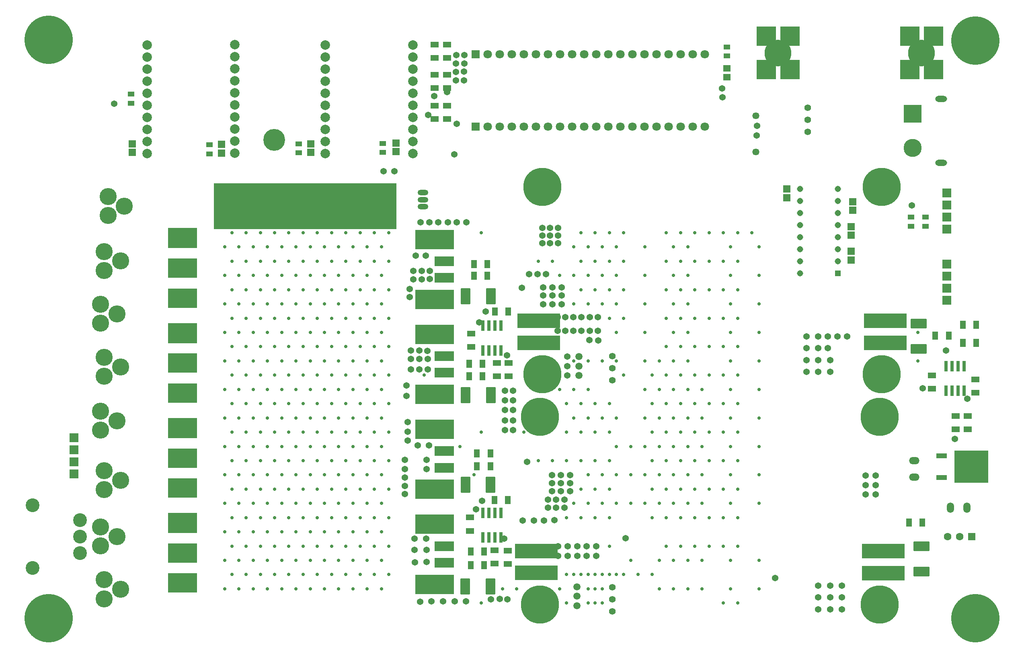
<source format=gts>
G04*
G04 #@! TF.GenerationSoftware,Altium Limited,Altium Designer,21.4.1 (30)*
G04*
G04 Layer_Color=8388736*
%FSLAX25Y25*%
%MOIN*%
G70*
G04*
G04 #@! TF.SameCoordinates,5C5CB9DB-6683-4862-BC7F-C0E48B32F829*
G04*
G04*
G04 #@! TF.FilePolarity,Negative*
G04*
G01*
G75*
%ADD25R,0.06303X0.05906*%
%ADD26R,0.06299X0.05512*%
%ADD27R,0.05827X0.04016*%
%ADD28R,0.16142X0.08268*%
%ADD29R,0.31890X0.16142*%
%ADD30R,0.24016X0.16142*%
%ADD32R,0.08661X0.04134*%
%ADD33R,0.28347X0.27165*%
G04:AMPARAMS|DCode=34|XSize=78.74mil|YSize=136.61mil|CornerRadius=4.59mil|HoleSize=0mil|Usage=FLASHONLY|Rotation=270.000|XOffset=0mil|YOffset=0mil|HoleType=Round|Shape=RoundedRectangle|*
%AMROUNDEDRECTD34*
21,1,0.07874,0.12744,0,0,270.0*
21,1,0.06957,0.13661,0,0,270.0*
1,1,0.00917,-0.06372,-0.03478*
1,1,0.00917,-0.06372,0.03478*
1,1,0.00917,0.06372,0.03478*
1,1,0.00917,0.06372,-0.03478*
%
%ADD34ROUNDEDRECTD34*%
G04:AMPARAMS|DCode=35|XSize=78.74mil|YSize=136.61mil|CornerRadius=4.59mil|HoleSize=0mil|Usage=FLASHONLY|Rotation=180.000|XOffset=0mil|YOffset=0mil|HoleType=Round|Shape=RoundedRectangle|*
%AMROUNDEDRECTD35*
21,1,0.07874,0.12744,0,0,180.0*
21,1,0.06957,0.13661,0,0,180.0*
1,1,0.00917,-0.03478,0.06372*
1,1,0.00917,0.03478,0.06372*
1,1,0.00917,0.03478,-0.06372*
1,1,0.00917,-0.03478,-0.06372*
%
%ADD35ROUNDEDRECTD35*%
%ADD36R,0.02756X0.09055*%
%ADD37R,0.06890X0.05118*%
%ADD38R,0.05118X0.06890*%
%ADD39R,1.51476X0.38228*%
%ADD40R,0.35512X0.11890*%
%ADD41R,0.24433X0.16559*%
%ADD42C,0.31575*%
%ADD43C,0.05984*%
%ADD44C,0.22142*%
%ADD45R,0.16142X0.16142*%
%ADD46O,0.08819X0.04606*%
%ADD47R,0.07480X0.07480*%
%ADD48R,0.05158X0.05158*%
%ADD49C,0.05158*%
%ADD50R,0.15024X0.15024*%
%ADD51C,0.15024*%
%ADD52O,0.09843X0.05118*%
%ADD53C,0.07874*%
%ADD54C,0.14173*%
%ADD55C,0.05740*%
%ADD56C,0.05543*%
%ADD57C,0.11417*%
%ADD58C,0.07087*%
%ADD59R,0.07087X0.07087*%
%ADD60R,0.06299X0.06299*%
%ADD61C,0.06299*%
%ADD62O,0.05906X0.08661*%
%ADD63O,0.08661X0.05906*%
%ADD64C,0.40158*%
%ADD65C,0.18110*%
%ADD66C,0.05394*%
%ADD67C,0.02756*%
D25*
X238937Y408353D02*
D03*
Y415474D02*
D03*
X90937Y408353D02*
D03*
Y415474D02*
D03*
X309500Y409139D02*
D03*
Y416261D02*
D03*
X164937Y407913D02*
D03*
Y415034D02*
D03*
X633500Y370839D02*
D03*
Y377961D02*
D03*
X688100Y360439D02*
D03*
Y367561D02*
D03*
X686900Y326361D02*
D03*
Y319239D02*
D03*
X686891Y346934D02*
D03*
Y339813D02*
D03*
D26*
X583800Y478110D02*
D03*
Y470629D02*
D03*
D27*
X736337Y354673D02*
D03*
Y347154D02*
D03*
X748437Y354673D02*
D03*
Y347154D02*
D03*
X154937Y407154D02*
D03*
Y414673D02*
D03*
X228737Y408054D02*
D03*
Y415573D02*
D03*
X298386Y408335D02*
D03*
Y415854D02*
D03*
X89937Y449154D02*
D03*
Y456673D02*
D03*
X583800Y495860D02*
D03*
Y488340D02*
D03*
D28*
X349309Y146913D02*
D03*
Y160693D02*
D03*
Y304394D02*
D03*
Y318173D02*
D03*
Y68173D02*
D03*
Y81953D02*
D03*
Y225654D02*
D03*
Y239433D02*
D03*
D29*
X341465Y128971D02*
D03*
Y178734D02*
D03*
Y286451D02*
D03*
Y336215D02*
D03*
Y50230D02*
D03*
Y99994D02*
D03*
Y207711D02*
D03*
Y257474D02*
D03*
D30*
X132350Y154935D02*
D03*
Y130053D02*
D03*
Y312415D02*
D03*
Y287533D02*
D03*
Y76195D02*
D03*
Y51313D02*
D03*
Y233675D02*
D03*
Y208793D02*
D03*
D32*
X761614Y156890D02*
D03*
Y138937D02*
D03*
D33*
X786417Y147913D02*
D03*
D34*
X745237Y60741D02*
D03*
Y81686D02*
D03*
X742900Y245355D02*
D03*
Y266300D02*
D03*
D35*
X367055Y289000D02*
D03*
X388000D02*
D03*
X366955Y132900D02*
D03*
X387900D02*
D03*
X367055Y207100D02*
D03*
X388000D02*
D03*
X366928Y48600D02*
D03*
X387872D02*
D03*
D36*
X391337Y109550D02*
D03*
Y89077D02*
D03*
X396337Y109550D02*
D03*
X386337D02*
D03*
X381337D02*
D03*
X396337Y89077D02*
D03*
X386337D02*
D03*
X381337D02*
D03*
X391337Y264650D02*
D03*
Y244177D02*
D03*
X396337Y264650D02*
D03*
X386337D02*
D03*
X381337D02*
D03*
X396337Y244177D02*
D03*
X386337D02*
D03*
X381337D02*
D03*
X775437Y231150D02*
D03*
Y210677D02*
D03*
X780437Y231150D02*
D03*
X770437D02*
D03*
X765437D02*
D03*
X780437Y210677D02*
D03*
X770437D02*
D03*
X765437D02*
D03*
D37*
X773384Y189953D02*
D03*
Y178929D02*
D03*
X783384Y189953D02*
D03*
Y178929D02*
D03*
X789937Y209202D02*
D03*
Y220225D02*
D03*
X753937Y223425D02*
D03*
Y212402D02*
D03*
X341337Y461690D02*
D03*
Y472713D02*
D03*
Y436202D02*
D03*
Y447225D02*
D03*
Y486802D02*
D03*
Y497825D02*
D03*
X351637Y472713D02*
D03*
Y461690D02*
D03*
Y447225D02*
D03*
Y436202D02*
D03*
Y497825D02*
D03*
Y486802D02*
D03*
X402800Y233912D02*
D03*
Y222888D02*
D03*
X402247Y67177D02*
D03*
Y78201D02*
D03*
X393147Y222925D02*
D03*
Y233949D02*
D03*
X391002Y78372D02*
D03*
Y67349D02*
D03*
X371700Y257986D02*
D03*
Y246962D02*
D03*
X370765Y94602D02*
D03*
Y105625D02*
D03*
D38*
X734688Y101500D02*
D03*
X745712D02*
D03*
X767612Y256400D02*
D03*
X756588D02*
D03*
X790449Y265513D02*
D03*
X779425D02*
D03*
X790402Y250413D02*
D03*
X779378D02*
D03*
X381001Y233162D02*
D03*
X369978D02*
D03*
X382501Y77413D02*
D03*
X371477D02*
D03*
X381001Y222762D02*
D03*
X369978D02*
D03*
X382501Y66237D02*
D03*
X371477D02*
D03*
X385178Y315917D02*
D03*
X374155D02*
D03*
X387607Y158913D02*
D03*
X376584D02*
D03*
X385178Y306017D02*
D03*
X374155D02*
D03*
X387607Y148013D02*
D03*
X376584D02*
D03*
X391488Y276300D02*
D03*
X402512D02*
D03*
X391100Y120100D02*
D03*
X402124D02*
D03*
D39*
X234199Y363799D02*
D03*
D40*
X715177Y250361D02*
D03*
X715153Y268679D02*
D03*
X427777Y250561D02*
D03*
X427751Y268679D02*
D03*
X425870Y77815D02*
D03*
X425896Y59697D02*
D03*
X713272Y77815D02*
D03*
X713296Y59497D02*
D03*
D41*
X132350Y179817D02*
D03*
Y337297D02*
D03*
Y101077D02*
D03*
Y258557D02*
D03*
D42*
X430704Y224388D02*
D03*
X712200D02*
D03*
Y379900D02*
D03*
X430704D02*
D03*
X428823Y189035D02*
D03*
X710319D02*
D03*
Y33524D02*
D03*
X428823D02*
D03*
D43*
X461216Y239152D02*
D03*
Y231278D02*
D03*
Y223404D02*
D03*
X459335Y32539D02*
D03*
Y40413D02*
D03*
Y48287D02*
D03*
D44*
X745129Y490900D02*
D03*
X626271D02*
D03*
D45*
X754972Y504679D02*
D03*
X636113D02*
D03*
X616428D02*
D03*
X636113Y477120D02*
D03*
X616428D02*
D03*
X735287Y504679D02*
D03*
Y477120D02*
D03*
X754972D02*
D03*
D46*
X331849Y363400D02*
D03*
X331824Y369200D02*
D03*
X331849Y375000D02*
D03*
D47*
X766252Y285646D02*
D03*
Y295646D02*
D03*
Y305646D02*
D03*
Y315646D02*
D03*
X42323Y171732D02*
D03*
Y161732D02*
D03*
Y151732D02*
D03*
Y141732D02*
D03*
X766252Y344646D02*
D03*
Y354646D02*
D03*
Y364646D02*
D03*
Y374646D02*
D03*
D48*
X675750Y308275D02*
D03*
D49*
Y318275D02*
D03*
Y328275D02*
D03*
Y338275D02*
D03*
Y348275D02*
D03*
Y358275D02*
D03*
Y368275D02*
D03*
Y378275D02*
D03*
X644490D02*
D03*
Y368275D02*
D03*
Y358275D02*
D03*
Y348275D02*
D03*
Y338275D02*
D03*
Y328275D02*
D03*
Y318275D02*
D03*
Y308275D02*
D03*
D50*
X737697Y440412D02*
D03*
D51*
Y412065D02*
D03*
D52*
X761319Y452813D02*
D03*
Y399664D02*
D03*
D53*
X175937Y497913D02*
D03*
Y487913D02*
D03*
Y477913D02*
D03*
Y467913D02*
D03*
Y457913D02*
D03*
Y447913D02*
D03*
Y437913D02*
D03*
Y427913D02*
D03*
Y417913D02*
D03*
Y407913D02*
D03*
X250858Y407331D02*
D03*
Y417331D02*
D03*
Y427331D02*
D03*
Y437331D02*
D03*
Y447331D02*
D03*
Y457331D02*
D03*
Y467331D02*
D03*
Y477331D02*
D03*
Y487331D02*
D03*
Y497331D02*
D03*
X103100Y497300D02*
D03*
Y487300D02*
D03*
Y477300D02*
D03*
Y467300D02*
D03*
Y457300D02*
D03*
Y447300D02*
D03*
Y437300D02*
D03*
Y427300D02*
D03*
Y417300D02*
D03*
Y407300D02*
D03*
X323323Y407331D02*
D03*
Y417331D02*
D03*
Y427331D02*
D03*
Y437331D02*
D03*
Y447331D02*
D03*
Y457331D02*
D03*
Y467331D02*
D03*
Y477331D02*
D03*
Y487331D02*
D03*
Y497331D02*
D03*
D54*
X67518Y144387D02*
D03*
Y128639D02*
D03*
X81156Y136513D02*
D03*
X64394Y178039D02*
D03*
Y193787D02*
D03*
X78032Y185913D02*
D03*
X67518Y326287D02*
D03*
Y310539D02*
D03*
X81156Y318413D02*
D03*
X70618Y356039D02*
D03*
Y371787D02*
D03*
X84256Y363913D02*
D03*
X67518Y53987D02*
D03*
Y38239D02*
D03*
X81156Y46113D02*
D03*
X64394Y82065D02*
D03*
Y97813D02*
D03*
X78032Y89939D02*
D03*
X67518Y238487D02*
D03*
Y222739D02*
D03*
X81156Y230613D02*
D03*
X64394Y266639D02*
D03*
Y282387D02*
D03*
X78032Y274513D02*
D03*
D55*
X607937Y408953D02*
D03*
Y438874D02*
D03*
D56*
X650700Y425300D02*
D03*
Y435300D02*
D03*
Y445300D02*
D03*
X488900Y219500D02*
D03*
Y229500D02*
D03*
Y239500D02*
D03*
Y27700D02*
D03*
Y37700D02*
D03*
Y47700D02*
D03*
D57*
X47470Y76036D02*
D03*
Y103595D02*
D03*
X8100Y63832D02*
D03*
X47470Y89816D02*
D03*
X8100Y115800D02*
D03*
D58*
X445600Y429800D02*
D03*
X565600D02*
D03*
X555600D02*
D03*
X545600D02*
D03*
X535600D02*
D03*
X525600D02*
D03*
X515600D02*
D03*
X505600D02*
D03*
X495600D02*
D03*
X485600D02*
D03*
X475600D02*
D03*
X465600D02*
D03*
X435600D02*
D03*
X425600D02*
D03*
X415600D02*
D03*
X405600D02*
D03*
X395600D02*
D03*
X385600D02*
D03*
X455600D02*
D03*
X565600Y489700D02*
D03*
X555600D02*
D03*
X545600D02*
D03*
X535600D02*
D03*
X525600D02*
D03*
X515600D02*
D03*
X505600D02*
D03*
X495600D02*
D03*
X485600D02*
D03*
X475600D02*
D03*
X465600D02*
D03*
X455600D02*
D03*
X445600D02*
D03*
X435600D02*
D03*
X425600D02*
D03*
X415600D02*
D03*
X405600D02*
D03*
X395600D02*
D03*
X385600D02*
D03*
D59*
X375600Y429800D02*
D03*
Y489700D02*
D03*
D60*
X786937Y89913D02*
D03*
D61*
X776937D02*
D03*
X766937D02*
D03*
D62*
X782827Y113913D02*
D03*
X769047D02*
D03*
D63*
X739100Y139000D02*
D03*
Y152779D02*
D03*
D64*
X789800Y22200D02*
D03*
Y501200D02*
D03*
X21400Y22200D02*
D03*
X21600Y501800D02*
D03*
D65*
X208598Y418898D02*
D03*
D66*
X401600Y240275D02*
D03*
X477000Y252474D02*
D03*
X469900Y252674D02*
D03*
X351687Y458343D02*
D03*
X75731Y448837D02*
D03*
X325100Y68600D02*
D03*
X329500Y35700D02*
D03*
X365937Y475313D02*
D03*
X366000Y482100D02*
D03*
X366200Y489000D02*
D03*
X365837Y468200D02*
D03*
X383644Y276476D02*
D03*
X440700Y103300D02*
D03*
X414370Y103200D02*
D03*
X423900D02*
D03*
X432200D02*
D03*
X451400Y223600D02*
D03*
Y231200D02*
D03*
X439200Y282300D02*
D03*
X431300D02*
D03*
X446700D02*
D03*
Y296374D02*
D03*
X439200D02*
D03*
X431300D02*
D03*
X378300Y267400D02*
D03*
X413700Y296200D02*
D03*
X318000Y206600D02*
D03*
Y215200D02*
D03*
X319000Y176900D02*
D03*
Y184900D02*
D03*
Y169400D02*
D03*
X327500Y165400D02*
D03*
X336700D02*
D03*
X341200Y455000D02*
D03*
X336100Y439300D02*
D03*
X338700Y36000D02*
D03*
X358200D02*
D03*
X348358D02*
D03*
X367500D02*
D03*
X334700Y68800D02*
D03*
X451400Y239200D02*
D03*
X334000Y322800D02*
D03*
X325900D02*
D03*
X329700Y350500D02*
D03*
X337200D02*
D03*
X344600D02*
D03*
X352300D02*
D03*
X359800D02*
D03*
X367800D02*
D03*
X334646Y78740D02*
D03*
X334600Y88100D02*
D03*
X324758D02*
D03*
X324803Y78740D02*
D03*
X659449Y255906D02*
D03*
Y246063D02*
D03*
X649606Y255906D02*
D03*
Y246063D02*
D03*
X669291Y236221D02*
D03*
X659449D02*
D03*
X649606D02*
D03*
X669291Y226378D02*
D03*
X659449D02*
D03*
X649606D02*
D03*
X679134Y49213D02*
D03*
X669291D02*
D03*
X659449D02*
D03*
Y39370D02*
D03*
X669291D02*
D03*
X679134D02*
D03*
Y29528D02*
D03*
X669291D02*
D03*
X659449D02*
D03*
X765437Y243963D02*
D03*
X683400Y255906D02*
D03*
X675500D02*
D03*
X667600Y246063D02*
D03*
X667500Y255906D02*
D03*
X335630Y228346D02*
D03*
X328740D02*
D03*
X321850D02*
D03*
X334646Y145669D02*
D03*
Y153543D02*
D03*
X316929Y125000D02*
D03*
Y131890D02*
D03*
Y138779D02*
D03*
Y145669D02*
D03*
Y153543D02*
D03*
X335630Y237205D02*
D03*
X328740D02*
D03*
X321850D02*
D03*
Y244094D02*
D03*
X328740D02*
D03*
X320866Y288386D02*
D03*
Y295276D02*
D03*
X323819Y303150D02*
D03*
Y310039D02*
D03*
X337300Y303310D02*
D03*
Y310200D02*
D03*
X330709Y303150D02*
D03*
Y310039D02*
D03*
X335300Y243874D02*
D03*
X375931Y112343D02*
D03*
X746193Y212657D02*
D03*
X772937Y170913D02*
D03*
X399000Y88200D02*
D03*
X499637Y88400D02*
D03*
X698800Y140600D02*
D03*
Y132600D02*
D03*
Y124700D02*
D03*
X707200Y140600D02*
D03*
Y132600D02*
D03*
Y124700D02*
D03*
X435500Y113800D02*
D03*
X442100D02*
D03*
X449200Y120439D02*
D03*
X435500D02*
D03*
X442100D02*
D03*
X453844Y127400D02*
D03*
X446194D02*
D03*
X438800D02*
D03*
X431300Y289800D02*
D03*
X359300Y489000D02*
D03*
X308071Y392717D02*
D03*
X299213D02*
D03*
X443898Y73819D02*
D03*
X475394Y81693D02*
D03*
Y73819D02*
D03*
X467520Y81693D02*
D03*
Y73819D02*
D03*
X443898Y81693D02*
D03*
X451772D02*
D03*
Y73819D02*
D03*
X459646D02*
D03*
Y81693D02*
D03*
X399606Y210630D02*
D03*
Y202756D02*
D03*
Y194882D02*
D03*
Y186024D02*
D03*
Y178150D02*
D03*
X406496D02*
D03*
Y186024D02*
D03*
Y194882D02*
D03*
Y202756D02*
D03*
Y210630D02*
D03*
X419800Y307374D02*
D03*
X426700D02*
D03*
X433800D02*
D03*
X463100Y260474D02*
D03*
X449800Y260574D02*
D03*
X456400Y260474D02*
D03*
X476700D02*
D03*
X470100D02*
D03*
X443400D02*
D03*
X443300Y271874D02*
D03*
X449800D02*
D03*
X456400D02*
D03*
X463100D02*
D03*
X470100D02*
D03*
X476700D02*
D03*
X439200Y289800D02*
D03*
X446700D02*
D03*
X438800Y140900D02*
D03*
X438806Y134172D02*
D03*
X446194Y140900D02*
D03*
X453844D02*
D03*
X453849Y134172D02*
D03*
X446200D02*
D03*
X449200Y113800D02*
D03*
X443614Y332972D02*
D03*
X437114D02*
D03*
X430614D02*
D03*
X443700Y339474D02*
D03*
X437200D02*
D03*
X430700D02*
D03*
Y345874D02*
D03*
X437200D02*
D03*
X443700D02*
D03*
X380700Y119574D02*
D03*
X401800Y37774D02*
D03*
X395400Y38274D02*
D03*
X388155Y37826D02*
D03*
X418037Y151813D02*
D03*
X359263Y482187D02*
D03*
X359200Y475200D02*
D03*
X359100Y468200D02*
D03*
X359837Y432213D02*
D03*
X780450Y12850D02*
D03*
X799249Y31649D02*
D03*
X780450D02*
D03*
X776450Y22200D02*
D03*
X789800Y8850D02*
D03*
X803150Y22200D02*
D03*
X789800Y35550D02*
D03*
X799249Y12850D02*
D03*
X737237Y364313D02*
D03*
X608637Y430513D02*
D03*
X608537Y422413D02*
D03*
X580137Y454113D02*
D03*
X579787Y461513D02*
D03*
X780450Y491850D02*
D03*
X799249Y510649D02*
D03*
X780450D02*
D03*
X776450Y501200D02*
D03*
X789800Y487850D02*
D03*
X803150Y501200D02*
D03*
X789800Y514550D02*
D03*
X799249Y491850D02*
D03*
X12050Y12850D02*
D03*
X30849Y31649D02*
D03*
X12050D02*
D03*
X8050Y22200D02*
D03*
X21400Y8850D02*
D03*
X34750Y22200D02*
D03*
X21400Y35550D02*
D03*
X30849Y12850D02*
D03*
X12250Y492450D02*
D03*
X31049Y511249D02*
D03*
X12250D02*
D03*
X8250Y501800D02*
D03*
X21600Y488450D02*
D03*
X34950Y501800D02*
D03*
X21600Y515150D02*
D03*
X31049Y492450D02*
D03*
X623637Y55413D02*
D03*
X783237Y204113D02*
D03*
X357937Y406913D02*
D03*
D67*
X604456Y341783D02*
D03*
X610362Y329972D02*
D03*
Y306350D02*
D03*
Y282728D02*
D03*
Y259106D02*
D03*
Y235484D02*
D03*
Y211862D02*
D03*
Y188240D02*
D03*
Y164618D02*
D03*
Y140996D02*
D03*
Y117374D02*
D03*
Y70130D02*
D03*
Y46508D02*
D03*
X592645Y341783D02*
D03*
Y318161D02*
D03*
Y294539D02*
D03*
Y270917D02*
D03*
Y247295D02*
D03*
Y223673D02*
D03*
Y200051D02*
D03*
Y176429D02*
D03*
Y152807D02*
D03*
Y129185D02*
D03*
Y105563D02*
D03*
Y81941D02*
D03*
Y34697D02*
D03*
X580834Y341783D02*
D03*
X586740Y329972D02*
D03*
X580834Y318161D02*
D03*
X586740Y306350D02*
D03*
X580834Y294539D02*
D03*
X586740Y282728D02*
D03*
X580834Y270917D02*
D03*
X586740Y259106D02*
D03*
X580834Y247295D02*
D03*
X586740Y235484D02*
D03*
X580834Y223673D02*
D03*
X586740Y211862D02*
D03*
X580834Y200051D02*
D03*
X586740Y188240D02*
D03*
X580834Y176429D02*
D03*
X586740Y164618D02*
D03*
X580834Y152807D02*
D03*
X586740Y140996D02*
D03*
X580834Y129185D02*
D03*
X586740Y117374D02*
D03*
X580834Y105563D02*
D03*
Y81941D02*
D03*
X586740Y70130D02*
D03*
Y46508D02*
D03*
X580834Y34697D02*
D03*
X569023Y341783D02*
D03*
Y318161D02*
D03*
Y294539D02*
D03*
Y270917D02*
D03*
Y247295D02*
D03*
Y223673D02*
D03*
Y200051D02*
D03*
Y176429D02*
D03*
Y152807D02*
D03*
Y129185D02*
D03*
Y105563D02*
D03*
Y81941D02*
D03*
X557212Y341783D02*
D03*
Y318161D02*
D03*
Y294539D02*
D03*
Y270917D02*
D03*
Y247295D02*
D03*
Y223673D02*
D03*
X563118Y211862D02*
D03*
X557212Y200051D02*
D03*
X563118Y188240D02*
D03*
X557212Y176429D02*
D03*
X563118Y164618D02*
D03*
X557212Y152807D02*
D03*
X563118Y140996D02*
D03*
X557212Y129185D02*
D03*
X563118Y117374D02*
D03*
X557212Y105563D02*
D03*
Y81941D02*
D03*
X563118Y70130D02*
D03*
Y46508D02*
D03*
X545401Y341783D02*
D03*
X551307Y329972D02*
D03*
X545401Y318161D02*
D03*
X551307Y306350D02*
D03*
X545401Y294539D02*
D03*
X551307Y282728D02*
D03*
X545401Y270917D02*
D03*
X551307Y259106D02*
D03*
X545401Y247295D02*
D03*
X551307Y235484D02*
D03*
X545401Y223673D02*
D03*
X551307Y211862D02*
D03*
X545401Y200051D02*
D03*
X551307Y188240D02*
D03*
X545401Y176429D02*
D03*
X551307Y164618D02*
D03*
X545401Y152807D02*
D03*
X551307Y140996D02*
D03*
X545401Y129185D02*
D03*
X551307Y117374D02*
D03*
X545401Y105563D02*
D03*
Y81941D02*
D03*
X551307Y70130D02*
D03*
Y46508D02*
D03*
X533590Y341783D02*
D03*
X539496Y329972D02*
D03*
X533590Y318161D02*
D03*
X539496Y306350D02*
D03*
X533590Y294539D02*
D03*
X539496Y282728D02*
D03*
X533590Y270917D02*
D03*
X539496Y259106D02*
D03*
X533590Y247295D02*
D03*
X539496Y235484D02*
D03*
X533590Y223673D02*
D03*
X539496Y211862D02*
D03*
X533590Y200051D02*
D03*
X539496Y188240D02*
D03*
X533590Y176429D02*
D03*
X539496Y164618D02*
D03*
X533590Y152807D02*
D03*
X539496Y140996D02*
D03*
X533590Y129185D02*
D03*
X539496Y117374D02*
D03*
X533590Y105563D02*
D03*
Y81941D02*
D03*
X539496Y70130D02*
D03*
Y46508D02*
D03*
X527685Y235484D02*
D03*
X521779Y223673D02*
D03*
X527685Y211862D02*
D03*
X521779Y200051D02*
D03*
X527685Y188240D02*
D03*
X521779Y176429D02*
D03*
X527685Y164618D02*
D03*
X521779Y152807D02*
D03*
X527685Y140996D02*
D03*
X521779Y129185D02*
D03*
X527685Y117374D02*
D03*
X521779Y105563D02*
D03*
X527685Y70130D02*
D03*
X521779Y58319D02*
D03*
X527685Y46508D02*
D03*
X515874Y329972D02*
D03*
Y306350D02*
D03*
Y282728D02*
D03*
Y259106D02*
D03*
Y235484D02*
D03*
Y211862D02*
D03*
Y188240D02*
D03*
Y164618D02*
D03*
Y140996D02*
D03*
Y117374D02*
D03*
X509968Y58319D02*
D03*
X498157Y341783D02*
D03*
Y318161D02*
D03*
Y294539D02*
D03*
Y270917D02*
D03*
Y223673D02*
D03*
X504063Y164618D02*
D03*
Y140996D02*
D03*
Y117374D02*
D03*
Y70130D02*
D03*
X498157Y58319D02*
D03*
X486346Y341783D02*
D03*
X492252Y329972D02*
D03*
X486346Y318161D02*
D03*
X492252Y306350D02*
D03*
X486346Y294539D02*
D03*
X492252Y282728D02*
D03*
X486346Y270917D02*
D03*
X492252Y259106D02*
D03*
Y235484D02*
D03*
X486346Y200051D02*
D03*
X492252Y188240D02*
D03*
X486346Y176429D02*
D03*
X492252Y164618D02*
D03*
X486346Y152807D02*
D03*
X492252Y140996D02*
D03*
X486346Y129185D02*
D03*
X492252Y117374D02*
D03*
X486346Y105563D02*
D03*
Y81941D02*
D03*
Y58319D02*
D03*
X474535Y341783D02*
D03*
X480441Y329972D02*
D03*
X474535Y318161D02*
D03*
X480441Y306350D02*
D03*
X474535Y294539D02*
D03*
X480441Y282728D02*
D03*
Y235484D02*
D03*
X474535Y200051D02*
D03*
X480441Y188240D02*
D03*
X474535Y176429D02*
D03*
Y152807D02*
D03*
X480441Y140996D02*
D03*
X474535Y129185D02*
D03*
X480441Y117374D02*
D03*
X474535Y105563D02*
D03*
Y58319D02*
D03*
X480441Y46508D02*
D03*
X474535Y34697D02*
D03*
X462724Y341783D02*
D03*
X468630Y329972D02*
D03*
X462724Y318161D02*
D03*
X468630Y306350D02*
D03*
X462724Y294539D02*
D03*
X468630Y282728D02*
D03*
Y235484D02*
D03*
Y211862D02*
D03*
X462724Y200051D02*
D03*
X468630Y188240D02*
D03*
X462724Y176429D02*
D03*
Y152807D02*
D03*
X468630Y140996D02*
D03*
X462724Y129185D02*
D03*
X468630Y117374D02*
D03*
X462724Y105563D02*
D03*
Y58319D02*
D03*
X468630Y46508D02*
D03*
X456819Y329972D02*
D03*
Y306350D02*
D03*
Y282728D02*
D03*
Y235484D02*
D03*
Y211862D02*
D03*
X450913Y200051D02*
D03*
X456819Y188240D02*
D03*
X450913Y176429D02*
D03*
Y152807D02*
D03*
X456819Y117374D02*
D03*
X450913Y105563D02*
D03*
Y58319D02*
D03*
Y34697D02*
D03*
X439102Y318161D02*
D03*
X445008Y306350D02*
D03*
Y211862D02*
D03*
X439102Y152807D02*
D03*
X445008Y46508D02*
D03*
X427291Y318161D02*
D03*
Y152807D02*
D03*
X415480Y176429D02*
D03*
X380047Y341783D02*
D03*
Y176429D02*
D03*
Y34697D02*
D03*
X374142Y140996D02*
D03*
X362331Y164618D02*
D03*
X332803Y223673D02*
D03*
X742089Y259111D02*
D03*
Y235489D02*
D03*
X492252Y58319D02*
D03*
X474535Y46508D02*
D03*
X480441Y34697D02*
D03*
X297370Y377216D02*
D03*
X303275Y365405D02*
D03*
X297370Y353594D02*
D03*
X303275Y341783D02*
D03*
X297370Y329972D02*
D03*
X303275Y318161D02*
D03*
X297370Y306350D02*
D03*
X303275Y294539D02*
D03*
X297370Y282728D02*
D03*
X303275Y270917D02*
D03*
X297370Y259106D02*
D03*
X303275Y247295D02*
D03*
X297370Y235484D02*
D03*
X303275Y223673D02*
D03*
X297370Y211862D02*
D03*
X303275Y200051D02*
D03*
X297370Y188240D02*
D03*
X303275Y176429D02*
D03*
X297370Y164618D02*
D03*
X303275Y152807D02*
D03*
X297370Y140996D02*
D03*
X303275Y129185D02*
D03*
X297370Y117374D02*
D03*
X303275Y105563D02*
D03*
X297370Y93752D02*
D03*
X303275Y81941D02*
D03*
X297370Y70130D02*
D03*
X303275Y58319D02*
D03*
X297370Y46508D02*
D03*
X285559Y377216D02*
D03*
X291464Y365405D02*
D03*
X285559Y353594D02*
D03*
X291464Y341783D02*
D03*
X285559Y329972D02*
D03*
X291464Y318161D02*
D03*
X285559Y306350D02*
D03*
X291464Y294539D02*
D03*
X285559Y282728D02*
D03*
X291464Y270917D02*
D03*
X285559Y259106D02*
D03*
X291464Y247295D02*
D03*
X285559Y235484D02*
D03*
X291464Y223673D02*
D03*
X285559Y211862D02*
D03*
X291464Y200051D02*
D03*
X285559Y188240D02*
D03*
X291464Y176429D02*
D03*
X285559Y164618D02*
D03*
X291464Y152807D02*
D03*
X285559Y140996D02*
D03*
X291464Y129185D02*
D03*
X285559Y117374D02*
D03*
X291464Y105563D02*
D03*
X285559Y93752D02*
D03*
X291464Y81941D02*
D03*
X285559Y70130D02*
D03*
X291464Y58319D02*
D03*
X285559Y46508D02*
D03*
X273748Y377216D02*
D03*
X279653Y365405D02*
D03*
X273748Y353594D02*
D03*
X279653Y341783D02*
D03*
X273748Y329972D02*
D03*
X279653Y318161D02*
D03*
X273748Y306350D02*
D03*
X279653Y294539D02*
D03*
X273748Y282728D02*
D03*
X279653Y270917D02*
D03*
X273748Y259106D02*
D03*
X279653Y247295D02*
D03*
X273748Y235484D02*
D03*
X279653Y223673D02*
D03*
X273748Y211862D02*
D03*
X279653Y200051D02*
D03*
X273748Y188240D02*
D03*
X279653Y176429D02*
D03*
X273748Y164618D02*
D03*
X279653Y152807D02*
D03*
X273748Y140996D02*
D03*
X279653Y129185D02*
D03*
X273748Y117374D02*
D03*
X279653Y105563D02*
D03*
X273748Y93752D02*
D03*
X279653Y81941D02*
D03*
X273748Y70130D02*
D03*
X279653Y58319D02*
D03*
X273748Y46508D02*
D03*
X261937Y377216D02*
D03*
X267842Y365405D02*
D03*
X261937Y353594D02*
D03*
X267842Y341783D02*
D03*
X261937Y329972D02*
D03*
X267842Y318161D02*
D03*
X261937Y306350D02*
D03*
X267842Y294539D02*
D03*
X261937Y282728D02*
D03*
X267842Y270917D02*
D03*
X261937Y259106D02*
D03*
X267842Y247295D02*
D03*
X261937Y235484D02*
D03*
X267842Y223673D02*
D03*
X261937Y211862D02*
D03*
X267842Y200051D02*
D03*
X261937Y188240D02*
D03*
X267842Y176429D02*
D03*
X261937Y164618D02*
D03*
X267842Y152807D02*
D03*
X261937Y140996D02*
D03*
X267842Y129185D02*
D03*
X261937Y117374D02*
D03*
X267842Y105563D02*
D03*
X261937Y93752D02*
D03*
X267842Y81941D02*
D03*
X261937Y70130D02*
D03*
X267842Y58319D02*
D03*
X261937Y46508D02*
D03*
X250126Y377216D02*
D03*
X256031Y365405D02*
D03*
X250126Y353594D02*
D03*
X256031Y341783D02*
D03*
X250126Y329972D02*
D03*
X256031Y318161D02*
D03*
X250126Y306350D02*
D03*
X256031Y294539D02*
D03*
X250126Y282728D02*
D03*
X256031Y270917D02*
D03*
X250126Y259106D02*
D03*
X256031Y247295D02*
D03*
X250126Y235484D02*
D03*
X256031Y223673D02*
D03*
X250126Y211862D02*
D03*
X256031Y200051D02*
D03*
X250126Y188240D02*
D03*
X256031Y176429D02*
D03*
X250126Y164618D02*
D03*
X256031Y152807D02*
D03*
X250126Y140996D02*
D03*
X256031Y129185D02*
D03*
X250126Y117374D02*
D03*
X256031Y105563D02*
D03*
X250126Y93752D02*
D03*
X256031Y81941D02*
D03*
X250126Y70130D02*
D03*
X256031Y58319D02*
D03*
X250126Y46508D02*
D03*
X238315Y377216D02*
D03*
X244220Y365405D02*
D03*
X238315Y353594D02*
D03*
X244220Y341783D02*
D03*
X238315Y329972D02*
D03*
X244220Y318161D02*
D03*
X238315Y306350D02*
D03*
X244220Y294539D02*
D03*
X238315Y282728D02*
D03*
X244220Y270917D02*
D03*
X238315Y259106D02*
D03*
X244220Y247295D02*
D03*
X238315Y235484D02*
D03*
X244220Y223673D02*
D03*
X238315Y211862D02*
D03*
X244220Y200051D02*
D03*
X238315Y188240D02*
D03*
X244220Y176429D02*
D03*
X238315Y164618D02*
D03*
X244220Y152807D02*
D03*
X238315Y140996D02*
D03*
X244220Y129185D02*
D03*
X238315Y117374D02*
D03*
X244220Y105563D02*
D03*
X238315Y93752D02*
D03*
X244220Y81941D02*
D03*
X238315Y70130D02*
D03*
X244220Y58319D02*
D03*
X238315Y46508D02*
D03*
X226504Y377216D02*
D03*
X232409Y365405D02*
D03*
X226504Y353594D02*
D03*
X232409Y341783D02*
D03*
X226504Y329972D02*
D03*
X232409Y318161D02*
D03*
X226504Y306350D02*
D03*
X232409Y294539D02*
D03*
X226504Y282728D02*
D03*
X232409Y270917D02*
D03*
X226504Y259106D02*
D03*
X232409Y247295D02*
D03*
X226504Y235484D02*
D03*
X232409Y223673D02*
D03*
X226504Y211862D02*
D03*
X232409Y200051D02*
D03*
X226504Y188240D02*
D03*
X232409Y176429D02*
D03*
X226504Y164618D02*
D03*
X232409Y152807D02*
D03*
X226504Y140996D02*
D03*
X232409Y129185D02*
D03*
X226504Y117374D02*
D03*
X232409Y105563D02*
D03*
X226504Y93752D02*
D03*
X232409Y81941D02*
D03*
X226504Y70130D02*
D03*
X232409Y58319D02*
D03*
X226504Y46508D02*
D03*
X214693Y377216D02*
D03*
X220598Y365405D02*
D03*
X214693Y353594D02*
D03*
X220598Y341783D02*
D03*
X214693Y329972D02*
D03*
X220598Y318161D02*
D03*
X214693Y306350D02*
D03*
X220598Y294539D02*
D03*
X214693Y282728D02*
D03*
X220598Y270917D02*
D03*
X214693Y259106D02*
D03*
X220598Y247295D02*
D03*
X214693Y235484D02*
D03*
X220598Y223673D02*
D03*
X214693Y211862D02*
D03*
X220598Y200051D02*
D03*
X214693Y188240D02*
D03*
X220598Y176429D02*
D03*
X214693Y164618D02*
D03*
X220598Y152807D02*
D03*
X214693Y140996D02*
D03*
X220598Y129185D02*
D03*
X214693Y117374D02*
D03*
X220598Y105563D02*
D03*
X214693Y93752D02*
D03*
X220598Y81941D02*
D03*
X214693Y70130D02*
D03*
X220598Y58319D02*
D03*
X214693Y46508D02*
D03*
X202882Y377216D02*
D03*
X208787Y365405D02*
D03*
X202882Y353594D02*
D03*
X208787Y341783D02*
D03*
X202882Y329972D02*
D03*
X208787Y318161D02*
D03*
X202882Y306350D02*
D03*
X208787Y294539D02*
D03*
X202882Y282728D02*
D03*
X208787Y270917D02*
D03*
X202882Y259106D02*
D03*
X208787Y247295D02*
D03*
X202882Y235484D02*
D03*
X208787Y223673D02*
D03*
X202882Y211862D02*
D03*
X208787Y200051D02*
D03*
X202882Y188240D02*
D03*
X208787Y176429D02*
D03*
X202882Y164618D02*
D03*
X208787Y152807D02*
D03*
X202882Y140996D02*
D03*
X208787Y129185D02*
D03*
X202882Y117374D02*
D03*
X208787Y105563D02*
D03*
X202882Y93752D02*
D03*
X208787Y81941D02*
D03*
X202882Y70130D02*
D03*
X208787Y58319D02*
D03*
X202882Y46508D02*
D03*
X191071Y377216D02*
D03*
X196976Y365405D02*
D03*
X191071Y353594D02*
D03*
X196976Y341783D02*
D03*
X191071Y329972D02*
D03*
X196976Y318161D02*
D03*
X191071Y306350D02*
D03*
X196976Y294539D02*
D03*
X191071Y282728D02*
D03*
X196976Y270917D02*
D03*
X191071Y259106D02*
D03*
X196976Y247295D02*
D03*
X191071Y235484D02*
D03*
X196976Y223673D02*
D03*
X191071Y211862D02*
D03*
X196976Y200051D02*
D03*
X191071Y188240D02*
D03*
X196976Y176429D02*
D03*
X191071Y164618D02*
D03*
X196976Y152807D02*
D03*
X191071Y140996D02*
D03*
X196976Y129185D02*
D03*
X191071Y117374D02*
D03*
X196976Y105563D02*
D03*
X191071Y93752D02*
D03*
X196976Y81941D02*
D03*
X191071Y70130D02*
D03*
X196976Y58319D02*
D03*
X191071Y46508D02*
D03*
X179260Y377216D02*
D03*
X185165Y365405D02*
D03*
X179260Y353594D02*
D03*
X185165Y341783D02*
D03*
X179260Y329972D02*
D03*
X185165Y318161D02*
D03*
X179260Y306350D02*
D03*
X185165Y294539D02*
D03*
X179260Y282728D02*
D03*
X185165Y270917D02*
D03*
X179260Y259106D02*
D03*
X185165Y247295D02*
D03*
X179260Y235484D02*
D03*
X185165Y223673D02*
D03*
X179260Y211862D02*
D03*
X185165Y200051D02*
D03*
X179260Y188240D02*
D03*
X185165Y176429D02*
D03*
X179260Y164618D02*
D03*
X185165Y152807D02*
D03*
X179260Y140996D02*
D03*
X185165Y129185D02*
D03*
X179260Y117374D02*
D03*
X185165Y105563D02*
D03*
X179260Y93752D02*
D03*
X185165Y81941D02*
D03*
X179260Y70130D02*
D03*
X185165Y58319D02*
D03*
X179260Y46508D02*
D03*
X167449Y377216D02*
D03*
X173354Y365405D02*
D03*
X167449Y353594D02*
D03*
X173354Y341783D02*
D03*
X167449Y329972D02*
D03*
X173354Y318161D02*
D03*
X167449Y306350D02*
D03*
X173354Y294539D02*
D03*
X167449Y282728D02*
D03*
X173354Y270917D02*
D03*
X167449Y259106D02*
D03*
X173354Y247295D02*
D03*
X167449Y235484D02*
D03*
X173354Y223673D02*
D03*
X167449Y211862D02*
D03*
X173354Y200051D02*
D03*
X167449Y188240D02*
D03*
X173354Y176429D02*
D03*
X167449Y164618D02*
D03*
X173354Y152807D02*
D03*
X167449Y140996D02*
D03*
X173354Y129185D02*
D03*
X167449Y117374D02*
D03*
X173354Y105563D02*
D03*
X167449Y93752D02*
D03*
X173354Y81941D02*
D03*
X167449Y70130D02*
D03*
X173354Y58319D02*
D03*
X167449Y46508D02*
D03*
X480441Y58319D02*
D03*
X468630D02*
D03*
Y34697D02*
D03*
X456819Y58319D02*
D03*
X409575Y46508D02*
D03*
X397763D02*
D03*
M02*

</source>
